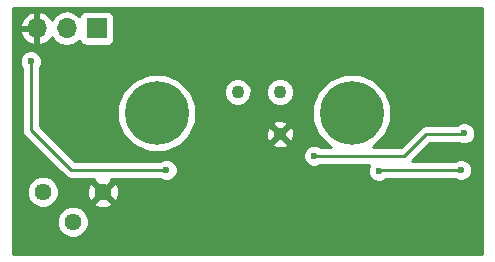
<source format=gbr>
G04 #@! TF.GenerationSoftware,KiCad,Pcbnew,(2017-06-12 revision 19d5cc754)-master*
G04 #@! TF.CreationDate,2018-06-07T02:47:23+02:00*
G04 #@! TF.ProjectId,nestbox,6E657374626F782E6B696361645F7063,rev?*
G04 #@! TF.FileFunction,Copper,L2,Bot,Signal*
G04 #@! TF.FilePolarity,Positive*
%FSLAX46Y46*%
G04 Gerber Fmt 4.6, Leading zero omitted, Abs format (unit mm)*
G04 Created by KiCad (PCBNEW (2017-06-12 revision 19d5cc754)-master) date 2018 June 07, Thursday 02:47:23*
%MOMM*%
%LPD*%
G01*
G04 APERTURE LIST*
%ADD10C,0.100000*%
%ADD11C,5.400000*%
%ADD12C,1.100000*%
%ADD13R,1.700000X1.700000*%
%ADD14O,1.700000X1.700000*%
%ADD15C,1.440000*%
%ADD16C,0.600000*%
%ADD17C,0.250000*%
%ADD18C,0.254000*%
G04 APERTURE END LIST*
D10*
D11*
X166500000Y-100000000D03*
D12*
X156826950Y-98203950D03*
X160419050Y-98203950D03*
X160419050Y-101796050D03*
D11*
X150000000Y-100000000D03*
D13*
X144907000Y-92837000D03*
D14*
X142367000Y-92837000D03*
X139827000Y-92837000D03*
D15*
X142875000Y-109220000D03*
X145415000Y-106680000D03*
X140335000Y-106680000D03*
D16*
X166433500Y-109283500D03*
X167386000Y-109283500D03*
X142748000Y-100393500D03*
X175323500Y-95885000D03*
X170053000Y-100012500D03*
X174180500Y-108331000D03*
X156718000Y-93916500D03*
X175768000Y-104838500D03*
X168783000Y-104902000D03*
X176022000Y-101727000D03*
X163322000Y-103632000D03*
X139319000Y-95631000D03*
X150812500Y-104838500D03*
D17*
X142748000Y-100393500D02*
X142684500Y-100393500D01*
X156718000Y-93916500D02*
X156718000Y-93853000D01*
X168846500Y-104838500D02*
X175768000Y-104838500D01*
X168783000Y-104902000D02*
X168846500Y-104838500D01*
X175958500Y-101790500D02*
X176022000Y-101727000D01*
X172783500Y-101790500D02*
X175958500Y-101790500D01*
X170942000Y-103632000D02*
X172783500Y-101790500D01*
X163322000Y-103632000D02*
X170942000Y-103632000D01*
X139319000Y-101409500D02*
X139319000Y-95631000D01*
X142748000Y-104838500D02*
X139319000Y-101409500D01*
X150812500Y-104838500D02*
X142748000Y-104838500D01*
D18*
G36*
X177559500Y-111964000D02*
X137845000Y-111964000D01*
X137845000Y-109488344D01*
X141519765Y-109488344D01*
X141725617Y-109986543D01*
X142106452Y-110368043D01*
X142604291Y-110574764D01*
X143143344Y-110575235D01*
X143641543Y-110369383D01*
X144023043Y-109988548D01*
X144229764Y-109490709D01*
X144230235Y-108951656D01*
X144024383Y-108453457D01*
X143643548Y-108071957D01*
X143145709Y-107865236D01*
X142606656Y-107864765D01*
X142108457Y-108070617D01*
X141726957Y-108451452D01*
X141520236Y-108949291D01*
X141519765Y-109488344D01*
X137845000Y-109488344D01*
X137845000Y-106948344D01*
X138979765Y-106948344D01*
X139185617Y-107446543D01*
X139566452Y-107828043D01*
X140064291Y-108034764D01*
X140603344Y-108035235D01*
X141101543Y-107829383D01*
X141301500Y-107629774D01*
X144644831Y-107629774D01*
X144709131Y-107867611D01*
X145217342Y-108047333D01*
X145755644Y-108018892D01*
X146120869Y-107867611D01*
X146185169Y-107629774D01*
X145415000Y-106859605D01*
X144644831Y-107629774D01*
X141301500Y-107629774D01*
X141483043Y-107448548D01*
X141689764Y-106950709D01*
X141690173Y-106482342D01*
X144047667Y-106482342D01*
X144076108Y-107020644D01*
X144227389Y-107385869D01*
X144465226Y-107450169D01*
X145235395Y-106680000D01*
X145594605Y-106680000D01*
X146364774Y-107450169D01*
X146602611Y-107385869D01*
X146782333Y-106877658D01*
X146753892Y-106339356D01*
X146602611Y-105974131D01*
X146364774Y-105909831D01*
X145594605Y-106680000D01*
X145235395Y-106680000D01*
X144465226Y-105909831D01*
X144227389Y-105974131D01*
X144047667Y-106482342D01*
X141690173Y-106482342D01*
X141690235Y-106411656D01*
X141484383Y-105913457D01*
X141103548Y-105531957D01*
X140605709Y-105325236D01*
X140066656Y-105324765D01*
X139568457Y-105530617D01*
X139186957Y-105911452D01*
X138980236Y-106409291D01*
X138979765Y-106948344D01*
X137845000Y-106948344D01*
X137845000Y-95816167D01*
X138383838Y-95816167D01*
X138525883Y-96159943D01*
X138559000Y-96193118D01*
X138559000Y-101409500D01*
X138616852Y-101700339D01*
X138781599Y-101946901D01*
X142210599Y-105375901D01*
X142457160Y-105540648D01*
X142748000Y-105598500D01*
X144680444Y-105598500D01*
X144644831Y-105730226D01*
X145415000Y-106500395D01*
X146185169Y-105730226D01*
X146149556Y-105598500D01*
X150250037Y-105598500D01*
X150282173Y-105630692D01*
X150625701Y-105773338D01*
X150997667Y-105773662D01*
X151341443Y-105631617D01*
X151604692Y-105368827D01*
X151747338Y-105025299D01*
X151747662Y-104653333D01*
X151605617Y-104309557D01*
X151342827Y-104046308D01*
X150999299Y-103903662D01*
X150627333Y-103903338D01*
X150283557Y-104045383D01*
X150250382Y-104078500D01*
X143062802Y-104078500D01*
X142801469Y-103817167D01*
X162386838Y-103817167D01*
X162528883Y-104160943D01*
X162791673Y-104424192D01*
X163135201Y-104566838D01*
X163507167Y-104567162D01*
X163850943Y-104425117D01*
X163884118Y-104392000D01*
X167982367Y-104392000D01*
X167848162Y-104715201D01*
X167847838Y-105087167D01*
X167989883Y-105430943D01*
X168252673Y-105694192D01*
X168596201Y-105836838D01*
X168968167Y-105837162D01*
X169311943Y-105695117D01*
X169408729Y-105598500D01*
X175205537Y-105598500D01*
X175237673Y-105630692D01*
X175581201Y-105773338D01*
X175953167Y-105773662D01*
X176296943Y-105631617D01*
X176560192Y-105368827D01*
X176702838Y-105025299D01*
X176703162Y-104653333D01*
X176561117Y-104309557D01*
X176298327Y-104046308D01*
X175954799Y-103903662D01*
X175582833Y-103903338D01*
X175239057Y-104045383D01*
X175205882Y-104078500D01*
X171570302Y-104078500D01*
X173098302Y-102550500D01*
X175567071Y-102550500D01*
X175835201Y-102661838D01*
X176207167Y-102662162D01*
X176550943Y-102520117D01*
X176814192Y-102257327D01*
X176956838Y-101913799D01*
X176957162Y-101541833D01*
X176815117Y-101198057D01*
X176552327Y-100934808D01*
X176208799Y-100792162D01*
X175836833Y-100791838D01*
X175493057Y-100933883D01*
X175396271Y-101030500D01*
X172783500Y-101030500D01*
X172492660Y-101088352D01*
X172246099Y-101253099D01*
X170627198Y-102872000D01*
X168282406Y-102872000D01*
X168386658Y-102828924D01*
X169325627Y-101891593D01*
X169834420Y-100666283D01*
X169835578Y-99339538D01*
X169328924Y-98113342D01*
X168391593Y-97174373D01*
X167166283Y-96665580D01*
X165839538Y-96664422D01*
X164613342Y-97171076D01*
X163674373Y-98108407D01*
X163165580Y-99333717D01*
X163164422Y-100660462D01*
X163671076Y-101886658D01*
X164608407Y-102825627D01*
X164720086Y-102872000D01*
X163884463Y-102872000D01*
X163852327Y-102839808D01*
X163508799Y-102697162D01*
X163136833Y-102696838D01*
X162793057Y-102838883D01*
X162529808Y-103101673D01*
X162387162Y-103445201D01*
X162386838Y-103817167D01*
X142801469Y-103817167D01*
X140079000Y-101094698D01*
X140079000Y-100660462D01*
X146664422Y-100660462D01*
X147171076Y-101886658D01*
X148108407Y-102825627D01*
X149333717Y-103334420D01*
X150660462Y-103335578D01*
X151886658Y-102828924D01*
X152093459Y-102622483D01*
X159772222Y-102622483D01*
X159815558Y-102842751D01*
X160262051Y-102994022D01*
X160732446Y-102962913D01*
X161022542Y-102842751D01*
X161065878Y-102622483D01*
X160419050Y-101975655D01*
X159772222Y-102622483D01*
X152093459Y-102622483D01*
X152825627Y-101891593D01*
X152930491Y-101639051D01*
X159221078Y-101639051D01*
X159252187Y-102109446D01*
X159372349Y-102399542D01*
X159592617Y-102442878D01*
X160239445Y-101796050D01*
X160598655Y-101796050D01*
X161245483Y-102442878D01*
X161465751Y-102399542D01*
X161617022Y-101953049D01*
X161585913Y-101482654D01*
X161465751Y-101192558D01*
X161245483Y-101149222D01*
X160598655Y-101796050D01*
X160239445Y-101796050D01*
X159592617Y-101149222D01*
X159372349Y-101192558D01*
X159221078Y-101639051D01*
X152930491Y-101639051D01*
X153208464Y-100969617D01*
X159772222Y-100969617D01*
X160419050Y-101616445D01*
X161065878Y-100969617D01*
X161022542Y-100749349D01*
X160576049Y-100598078D01*
X160105654Y-100629187D01*
X159815558Y-100749349D01*
X159772222Y-100969617D01*
X153208464Y-100969617D01*
X153334420Y-100666283D01*
X153335578Y-99339538D01*
X152963330Y-98438627D01*
X155641744Y-98438627D01*
X155821770Y-98874322D01*
X156154825Y-99207959D01*
X156590205Y-99388744D01*
X157061627Y-99389156D01*
X157497322Y-99209130D01*
X157830959Y-98876075D01*
X158011744Y-98440695D01*
X158011745Y-98438627D01*
X159233844Y-98438627D01*
X159413870Y-98874322D01*
X159746925Y-99207959D01*
X160182305Y-99388744D01*
X160653727Y-99389156D01*
X161089422Y-99209130D01*
X161423059Y-98876075D01*
X161603844Y-98440695D01*
X161604256Y-97969273D01*
X161424230Y-97533578D01*
X161091175Y-97199941D01*
X160655795Y-97019156D01*
X160184373Y-97018744D01*
X159748678Y-97198770D01*
X159415041Y-97531825D01*
X159234256Y-97967205D01*
X159233844Y-98438627D01*
X158011745Y-98438627D01*
X158012156Y-97969273D01*
X157832130Y-97533578D01*
X157499075Y-97199941D01*
X157063695Y-97019156D01*
X156592273Y-97018744D01*
X156156578Y-97198770D01*
X155822941Y-97531825D01*
X155642156Y-97967205D01*
X155641744Y-98438627D01*
X152963330Y-98438627D01*
X152828924Y-98113342D01*
X151891593Y-97174373D01*
X150666283Y-96665580D01*
X149339538Y-96664422D01*
X148113342Y-97171076D01*
X147174373Y-98108407D01*
X146665580Y-99333717D01*
X146664422Y-100660462D01*
X140079000Y-100660462D01*
X140079000Y-96193463D01*
X140111192Y-96161327D01*
X140253838Y-95817799D01*
X140254162Y-95445833D01*
X140112117Y-95102057D01*
X139849327Y-94838808D01*
X139505799Y-94696162D01*
X139133833Y-94695838D01*
X138790057Y-94837883D01*
X138526808Y-95100673D01*
X138384162Y-95444201D01*
X138383838Y-95816167D01*
X137845000Y-95816167D01*
X137845000Y-93193892D01*
X138385514Y-93193892D01*
X138631817Y-93718358D01*
X139060076Y-94108645D01*
X139470110Y-94278476D01*
X139700000Y-94157155D01*
X139700000Y-92964000D01*
X138506181Y-92964000D01*
X138385514Y-93193892D01*
X137845000Y-93193892D01*
X137845000Y-92480108D01*
X138385514Y-92480108D01*
X138506181Y-92710000D01*
X139700000Y-92710000D01*
X139700000Y-91516845D01*
X139954000Y-91516845D01*
X139954000Y-92710000D01*
X139974000Y-92710000D01*
X139974000Y-92964000D01*
X139954000Y-92964000D01*
X139954000Y-94157155D01*
X140183890Y-94278476D01*
X140593924Y-94108645D01*
X141022183Y-93718358D01*
X141089298Y-93575447D01*
X141316946Y-93916147D01*
X141798715Y-94238054D01*
X142367000Y-94351093D01*
X142935285Y-94238054D01*
X143417054Y-93916147D01*
X143444850Y-93874548D01*
X143453838Y-93922317D01*
X143592910Y-94138441D01*
X143805110Y-94283431D01*
X144057000Y-94334440D01*
X145757000Y-94334440D01*
X145992317Y-94290162D01*
X146208441Y-94151090D01*
X146353431Y-93938890D01*
X146404440Y-93687000D01*
X146404440Y-91987000D01*
X146360162Y-91751683D01*
X146221090Y-91535559D01*
X146008890Y-91390569D01*
X145757000Y-91339560D01*
X144057000Y-91339560D01*
X143821683Y-91383838D01*
X143605559Y-91522910D01*
X143460569Y-91735110D01*
X143446914Y-91802541D01*
X143417054Y-91757853D01*
X142935285Y-91435946D01*
X142367000Y-91322907D01*
X141798715Y-91435946D01*
X141316946Y-91757853D01*
X141089298Y-92098553D01*
X141022183Y-91955642D01*
X140593924Y-91565355D01*
X140183890Y-91395524D01*
X139954000Y-91516845D01*
X139700000Y-91516845D01*
X139470110Y-91395524D01*
X139060076Y-91565355D01*
X138631817Y-91955642D01*
X138385514Y-92480108D01*
X137845000Y-92480108D01*
X137845000Y-91109000D01*
X177559500Y-91109000D01*
X177559500Y-111964000D01*
X177559500Y-111964000D01*
G37*
X177559500Y-111964000D02*
X137845000Y-111964000D01*
X137845000Y-109488344D01*
X141519765Y-109488344D01*
X141725617Y-109986543D01*
X142106452Y-110368043D01*
X142604291Y-110574764D01*
X143143344Y-110575235D01*
X143641543Y-110369383D01*
X144023043Y-109988548D01*
X144229764Y-109490709D01*
X144230235Y-108951656D01*
X144024383Y-108453457D01*
X143643548Y-108071957D01*
X143145709Y-107865236D01*
X142606656Y-107864765D01*
X142108457Y-108070617D01*
X141726957Y-108451452D01*
X141520236Y-108949291D01*
X141519765Y-109488344D01*
X137845000Y-109488344D01*
X137845000Y-106948344D01*
X138979765Y-106948344D01*
X139185617Y-107446543D01*
X139566452Y-107828043D01*
X140064291Y-108034764D01*
X140603344Y-108035235D01*
X141101543Y-107829383D01*
X141301500Y-107629774D01*
X144644831Y-107629774D01*
X144709131Y-107867611D01*
X145217342Y-108047333D01*
X145755644Y-108018892D01*
X146120869Y-107867611D01*
X146185169Y-107629774D01*
X145415000Y-106859605D01*
X144644831Y-107629774D01*
X141301500Y-107629774D01*
X141483043Y-107448548D01*
X141689764Y-106950709D01*
X141690173Y-106482342D01*
X144047667Y-106482342D01*
X144076108Y-107020644D01*
X144227389Y-107385869D01*
X144465226Y-107450169D01*
X145235395Y-106680000D01*
X145594605Y-106680000D01*
X146364774Y-107450169D01*
X146602611Y-107385869D01*
X146782333Y-106877658D01*
X146753892Y-106339356D01*
X146602611Y-105974131D01*
X146364774Y-105909831D01*
X145594605Y-106680000D01*
X145235395Y-106680000D01*
X144465226Y-105909831D01*
X144227389Y-105974131D01*
X144047667Y-106482342D01*
X141690173Y-106482342D01*
X141690235Y-106411656D01*
X141484383Y-105913457D01*
X141103548Y-105531957D01*
X140605709Y-105325236D01*
X140066656Y-105324765D01*
X139568457Y-105530617D01*
X139186957Y-105911452D01*
X138980236Y-106409291D01*
X138979765Y-106948344D01*
X137845000Y-106948344D01*
X137845000Y-95816167D01*
X138383838Y-95816167D01*
X138525883Y-96159943D01*
X138559000Y-96193118D01*
X138559000Y-101409500D01*
X138616852Y-101700339D01*
X138781599Y-101946901D01*
X142210599Y-105375901D01*
X142457160Y-105540648D01*
X142748000Y-105598500D01*
X144680444Y-105598500D01*
X144644831Y-105730226D01*
X145415000Y-106500395D01*
X146185169Y-105730226D01*
X146149556Y-105598500D01*
X150250037Y-105598500D01*
X150282173Y-105630692D01*
X150625701Y-105773338D01*
X150997667Y-105773662D01*
X151341443Y-105631617D01*
X151604692Y-105368827D01*
X151747338Y-105025299D01*
X151747662Y-104653333D01*
X151605617Y-104309557D01*
X151342827Y-104046308D01*
X150999299Y-103903662D01*
X150627333Y-103903338D01*
X150283557Y-104045383D01*
X150250382Y-104078500D01*
X143062802Y-104078500D01*
X142801469Y-103817167D01*
X162386838Y-103817167D01*
X162528883Y-104160943D01*
X162791673Y-104424192D01*
X163135201Y-104566838D01*
X163507167Y-104567162D01*
X163850943Y-104425117D01*
X163884118Y-104392000D01*
X167982367Y-104392000D01*
X167848162Y-104715201D01*
X167847838Y-105087167D01*
X167989883Y-105430943D01*
X168252673Y-105694192D01*
X168596201Y-105836838D01*
X168968167Y-105837162D01*
X169311943Y-105695117D01*
X169408729Y-105598500D01*
X175205537Y-105598500D01*
X175237673Y-105630692D01*
X175581201Y-105773338D01*
X175953167Y-105773662D01*
X176296943Y-105631617D01*
X176560192Y-105368827D01*
X176702838Y-105025299D01*
X176703162Y-104653333D01*
X176561117Y-104309557D01*
X176298327Y-104046308D01*
X175954799Y-103903662D01*
X175582833Y-103903338D01*
X175239057Y-104045383D01*
X175205882Y-104078500D01*
X171570302Y-104078500D01*
X173098302Y-102550500D01*
X175567071Y-102550500D01*
X175835201Y-102661838D01*
X176207167Y-102662162D01*
X176550943Y-102520117D01*
X176814192Y-102257327D01*
X176956838Y-101913799D01*
X176957162Y-101541833D01*
X176815117Y-101198057D01*
X176552327Y-100934808D01*
X176208799Y-100792162D01*
X175836833Y-100791838D01*
X175493057Y-100933883D01*
X175396271Y-101030500D01*
X172783500Y-101030500D01*
X172492660Y-101088352D01*
X172246099Y-101253099D01*
X170627198Y-102872000D01*
X168282406Y-102872000D01*
X168386658Y-102828924D01*
X169325627Y-101891593D01*
X169834420Y-100666283D01*
X169835578Y-99339538D01*
X169328924Y-98113342D01*
X168391593Y-97174373D01*
X167166283Y-96665580D01*
X165839538Y-96664422D01*
X164613342Y-97171076D01*
X163674373Y-98108407D01*
X163165580Y-99333717D01*
X163164422Y-100660462D01*
X163671076Y-101886658D01*
X164608407Y-102825627D01*
X164720086Y-102872000D01*
X163884463Y-102872000D01*
X163852327Y-102839808D01*
X163508799Y-102697162D01*
X163136833Y-102696838D01*
X162793057Y-102838883D01*
X162529808Y-103101673D01*
X162387162Y-103445201D01*
X162386838Y-103817167D01*
X142801469Y-103817167D01*
X140079000Y-101094698D01*
X140079000Y-100660462D01*
X146664422Y-100660462D01*
X147171076Y-101886658D01*
X148108407Y-102825627D01*
X149333717Y-103334420D01*
X150660462Y-103335578D01*
X151886658Y-102828924D01*
X152093459Y-102622483D01*
X159772222Y-102622483D01*
X159815558Y-102842751D01*
X160262051Y-102994022D01*
X160732446Y-102962913D01*
X161022542Y-102842751D01*
X161065878Y-102622483D01*
X160419050Y-101975655D01*
X159772222Y-102622483D01*
X152093459Y-102622483D01*
X152825627Y-101891593D01*
X152930491Y-101639051D01*
X159221078Y-101639051D01*
X159252187Y-102109446D01*
X159372349Y-102399542D01*
X159592617Y-102442878D01*
X160239445Y-101796050D01*
X160598655Y-101796050D01*
X161245483Y-102442878D01*
X161465751Y-102399542D01*
X161617022Y-101953049D01*
X161585913Y-101482654D01*
X161465751Y-101192558D01*
X161245483Y-101149222D01*
X160598655Y-101796050D01*
X160239445Y-101796050D01*
X159592617Y-101149222D01*
X159372349Y-101192558D01*
X159221078Y-101639051D01*
X152930491Y-101639051D01*
X153208464Y-100969617D01*
X159772222Y-100969617D01*
X160419050Y-101616445D01*
X161065878Y-100969617D01*
X161022542Y-100749349D01*
X160576049Y-100598078D01*
X160105654Y-100629187D01*
X159815558Y-100749349D01*
X159772222Y-100969617D01*
X153208464Y-100969617D01*
X153334420Y-100666283D01*
X153335578Y-99339538D01*
X152963330Y-98438627D01*
X155641744Y-98438627D01*
X155821770Y-98874322D01*
X156154825Y-99207959D01*
X156590205Y-99388744D01*
X157061627Y-99389156D01*
X157497322Y-99209130D01*
X157830959Y-98876075D01*
X158011744Y-98440695D01*
X158011745Y-98438627D01*
X159233844Y-98438627D01*
X159413870Y-98874322D01*
X159746925Y-99207959D01*
X160182305Y-99388744D01*
X160653727Y-99389156D01*
X161089422Y-99209130D01*
X161423059Y-98876075D01*
X161603844Y-98440695D01*
X161604256Y-97969273D01*
X161424230Y-97533578D01*
X161091175Y-97199941D01*
X160655795Y-97019156D01*
X160184373Y-97018744D01*
X159748678Y-97198770D01*
X159415041Y-97531825D01*
X159234256Y-97967205D01*
X159233844Y-98438627D01*
X158011745Y-98438627D01*
X158012156Y-97969273D01*
X157832130Y-97533578D01*
X157499075Y-97199941D01*
X157063695Y-97019156D01*
X156592273Y-97018744D01*
X156156578Y-97198770D01*
X155822941Y-97531825D01*
X155642156Y-97967205D01*
X155641744Y-98438627D01*
X152963330Y-98438627D01*
X152828924Y-98113342D01*
X151891593Y-97174373D01*
X150666283Y-96665580D01*
X149339538Y-96664422D01*
X148113342Y-97171076D01*
X147174373Y-98108407D01*
X146665580Y-99333717D01*
X146664422Y-100660462D01*
X140079000Y-100660462D01*
X140079000Y-96193463D01*
X140111192Y-96161327D01*
X140253838Y-95817799D01*
X140254162Y-95445833D01*
X140112117Y-95102057D01*
X139849327Y-94838808D01*
X139505799Y-94696162D01*
X139133833Y-94695838D01*
X138790057Y-94837883D01*
X138526808Y-95100673D01*
X138384162Y-95444201D01*
X138383838Y-95816167D01*
X137845000Y-95816167D01*
X137845000Y-93193892D01*
X138385514Y-93193892D01*
X138631817Y-93718358D01*
X139060076Y-94108645D01*
X139470110Y-94278476D01*
X139700000Y-94157155D01*
X139700000Y-92964000D01*
X138506181Y-92964000D01*
X138385514Y-93193892D01*
X137845000Y-93193892D01*
X137845000Y-92480108D01*
X138385514Y-92480108D01*
X138506181Y-92710000D01*
X139700000Y-92710000D01*
X139700000Y-91516845D01*
X139954000Y-91516845D01*
X139954000Y-92710000D01*
X139974000Y-92710000D01*
X139974000Y-92964000D01*
X139954000Y-92964000D01*
X139954000Y-94157155D01*
X140183890Y-94278476D01*
X140593924Y-94108645D01*
X141022183Y-93718358D01*
X141089298Y-93575447D01*
X141316946Y-93916147D01*
X141798715Y-94238054D01*
X142367000Y-94351093D01*
X142935285Y-94238054D01*
X143417054Y-93916147D01*
X143444850Y-93874548D01*
X143453838Y-93922317D01*
X143592910Y-94138441D01*
X143805110Y-94283431D01*
X144057000Y-94334440D01*
X145757000Y-94334440D01*
X145992317Y-94290162D01*
X146208441Y-94151090D01*
X146353431Y-93938890D01*
X146404440Y-93687000D01*
X146404440Y-91987000D01*
X146360162Y-91751683D01*
X146221090Y-91535559D01*
X146008890Y-91390569D01*
X145757000Y-91339560D01*
X144057000Y-91339560D01*
X143821683Y-91383838D01*
X143605559Y-91522910D01*
X143460569Y-91735110D01*
X143446914Y-91802541D01*
X143417054Y-91757853D01*
X142935285Y-91435946D01*
X142367000Y-91322907D01*
X141798715Y-91435946D01*
X141316946Y-91757853D01*
X141089298Y-92098553D01*
X141022183Y-91955642D01*
X140593924Y-91565355D01*
X140183890Y-91395524D01*
X139954000Y-91516845D01*
X139700000Y-91516845D01*
X139470110Y-91395524D01*
X139060076Y-91565355D01*
X138631817Y-91955642D01*
X138385514Y-92480108D01*
X137845000Y-92480108D01*
X137845000Y-91109000D01*
X177559500Y-91109000D01*
X177559500Y-111964000D01*
M02*

</source>
